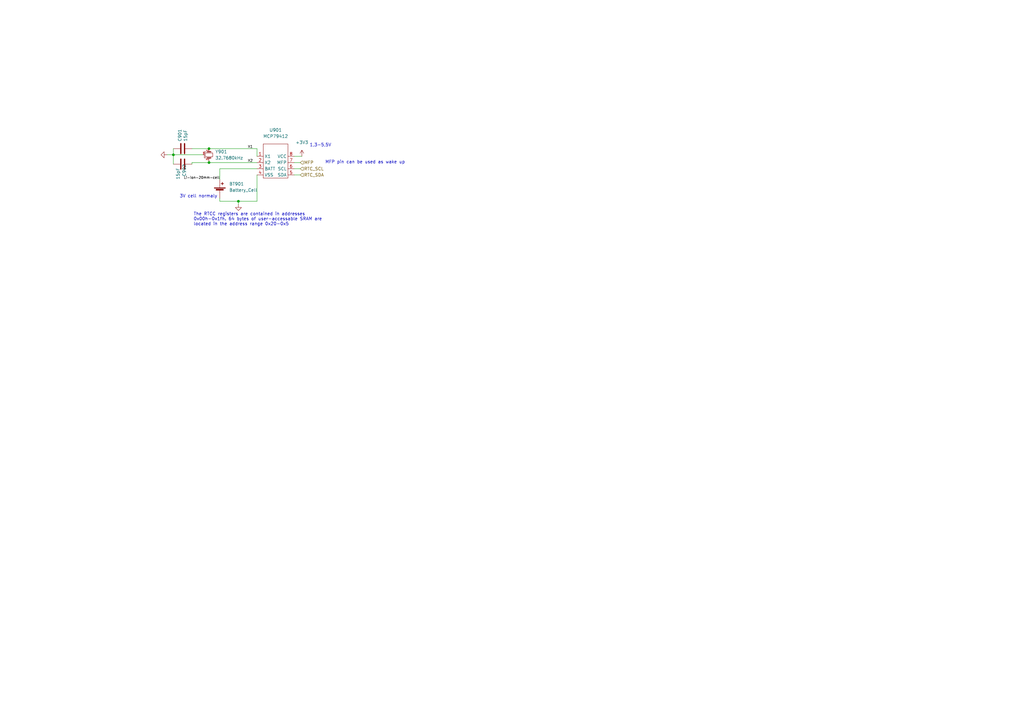
<source format=kicad_sch>
(kicad_sch (version 20211123) (generator eeschema)
  (paper "A3")
  (lib_symbols
    (symbol "Device:Battery_Cell" (pin_numbers hide) (pin_names (offset 0) hide)
      (property "Reference" "BT" (at 2.54 2.54 0))
      (property "Value" "Battery_Cell" (at 2.54 0 0))
      (symbol "Battery_Cell_0_1"
        (rectangle (start -2.286 1.778) (end 2.286 1.524) (fill (type outline)))
        (rectangle (start -1.5748 1.1938) (end 1.4732 0.6858) (fill (type outline)))
        (polyline (pts (xy 0 0.762) (xy 0 0)))
        (polyline (pts (xy 0 1.778) (xy 0 2.54)))
        (polyline (pts (xy 0.508 3.429) (xy 1.524 3.429)) (stroke (width 0.254)))
        (polyline (pts (xy 1.016 3.937) (xy 1.016 2.921)) (stroke (width 0.254)))
      )
      (symbol "Battery_Cell_1_1"
        (pin passive line (at 0 5.08 270) (length 2.54) (name "+") (number "1"))
        (pin passive line (at 0 -2.54 90) (length 2.54) (name "-") (number "2"))
      )
    )
    (symbol "Device:C" (pin_numbers hide) (pin_names (offset 0.254))
      (property "Reference" "C" (at 0.635 2.54 0))
      (property "Value" "C" (at 0.635 -2.54 0))
      (symbol "C_0_1"
        (polyline (pts (xy -2.032 -0.762) (xy 2.032 -0.762)) (stroke (width 0.508)))
        (polyline (pts (xy -2.032 0.762) (xy 2.032 0.762)) (stroke (width 0.508)))
      )
      (symbol "C_1_1"
        (pin passive line (at 0 3.81 270) (length 2.794) (name "~") (number "1"))
        (pin passive line (at 0 -3.81 90) (length 2.794) (name "~") (number "2"))
      )
    )
    (symbol "Device:Crystal_GND3_Small" (pin_names (offset 1.016) hide)
      (property "Reference" "Y" (at 0 5.08 0))
      (property "Value" "Crystal_GND3_Small" (at 0 3.175 0))
      (symbol "Crystal_GND3_Small_0_1"
        (rectangle (start -0.762 -1.524) (end 0.762 1.524))
        (polyline (pts (xy -1.27 -0.762) (xy -1.27 0.762)) (stroke (width 0.381)))
        (polyline (pts (xy 1.27 -0.762) (xy 1.27 0.762)) (stroke (width 0.381)))
        (polyline (pts (xy -1.27 -1.27) (xy -1.27 -1.905) (xy 1.27 -1.905) (xy 1.27 -1.27)))
      )
      (symbol "Crystal_GND3_Small_1_1"
        (pin passive line (at -2.54 0 0) (length 1.27) (name "1") (number "1"))
        (pin passive line (at 2.54 0 180) (length 1.27) (name "2") (number "2"))
        (pin passive line (at 0 -2.54 90) (length 0.635) (name "3") (number "3"))
      )
    )
    (symbol "My_custom_lib:MCP79412"
      (property "Reference" "U" (at 0 8.89 0))
      (property "Value" "MCP79412" (at 0 5.08 0))
      (symbol "MCP79412_0_1"
        (rectangle (start -5.08 -6.35) (end 5.08 7.62))
      )
      (symbol "MCP79412_1_1"
        (pin output line (at -7.62 2.54 0) (length 2.54) (name "X1") (number "1"))
        (pin output line (at -7.62 0 0) (length 2.54) (name "X2") (number "2"))
        (pin output line (at -7.62 -2.54 0) (length 2.54) (name "BATT") (number "3"))
        (pin output line (at -7.62 -5.08 0) (length 2.54) (name "VSS") (number "4"))
        (pin output line (at 7.62 -5.08 180) (length 2.54) (name "SDA") (number "5"))
        (pin output line (at 7.62 -2.54 180) (length 2.54) (name "SCL") (number "6"))
        (pin output line (at 7.62 0 180) (length 2.54) (name "MFP") (number "7"))
        (pin output line (at 7.62 2.54 180) (length 2.54) (name "VCC") (number "8"))
      )
    )
    (symbol "power:+3V3" (power) (pin_names (offset 0))
      (property "Value" "+3V3" (at 0 3.556 0))
      (symbol "+3V3_0_1"
        (polyline (pts (xy -0.762 1.27) (xy 0 2.54)))
        (polyline (pts (xy 0 0) (xy 0 2.54)))
        (polyline (pts (xy 0 2.54) (xy 0.762 1.27)))
      )
      (symbol "+3V3_1_1"
        (pin power_in line (at 0 0 90) (length 0) hide (name "+3V3") (number "1"))
      )
    )
    (symbol "power:GND" (power) (pin_names (offset 0))
      (property "Value" "GND" (at 0 -3.81 0))
      (symbol "GND_0_1"
        (polyline (pts (xy 0 0) (xy 0 -1.27) (xy 1.27 -1.27) (xy 0 -2.54) (xy -1.27 -1.27) (xy 0 -1.27)))
      )
      (symbol "GND_1_1"
        (pin power_in line (at 0 0 270) (length 0) hide (name "GND") (number "1"))
      )
    )
  )
  (junction (at 71.12 63.5))
  (junction (at 97.79 82.55))
  (junction (at 85.725 60.96))
  (junction (at 85.725 66.675))
  (wire (pts (xy 120.65 64.135) (xy 123.825 64.135)))
  (wire (pts (xy 85.725 66.675) (xy 85.725 66.04)))
  (wire (pts (xy 68.58 63.5) (xy 71.12 63.5)))
  (wire (pts (xy 90.17 69.215) (xy 90.17 73.66)))
  (wire (pts (xy 97.79 82.55) (xy 97.79 83.82)))
  (wire (pts (xy 120.65 71.755) (xy 123.19 71.755)))
  (wire (pts (xy 105.41 69.215) (xy 90.17 69.215)))
  (wire (pts (xy 78.74 66.675) (xy 78.74 67.31)))
  (wire (pts (xy 71.12 63.5) (xy 71.12 67.31)))
  (wire (pts (xy 78.74 66.675) (xy 85.725 66.675)))
  (wire (pts (xy 105.41 82.55) (xy 105.41 71.755)))
  (wire (pts (xy 90.17 82.55) (xy 97.79 82.55)))
  (wire (pts (xy 90.17 82.55) (xy 90.17 81.28)))
  (wire (pts (xy 120.65 69.215) (xy 123.19 69.215)))
  (wire (pts (xy 78.74 60.96) (xy 85.725 60.96)))
  (wire (pts (xy 105.41 60.96) (xy 105.41 64.135)))
  (wire (pts (xy 85.725 66.675) (xy 105.41 66.675)))
  (wire (pts (xy 71.12 63.5) (xy 83.185 63.5)))
  (wire (pts (xy 71.12 60.96) (xy 71.12 63.5)))
  (wire (pts (xy 97.79 82.55) (xy 105.41 82.55)))
  (wire (pts (xy 120.65 66.675) (xy 123.19 66.675)))
  (wire (pts (xy 85.725 60.96) (xy 105.41 60.96)))
  (text "1,3-5,5V" (at 127 60.325 0) (effects (font (size 1.27 1.27)) (justify left bottom)))
  (text "3V cell normaly " (at 73.66 81.28 0) (effects (font (size 1.27 1.27)) (justify left bottom)))
  (text "The RTCC registers are contained in addresses\n0x00h-0x1fh. 64 bytes of user-accessable SRAM are\nlocated in the address range 0x20-0x5" (at 79.375 92.71 0) (effects (font (size 1.27 1.27)) (justify left bottom)))
  (text "MFP pin can be used as wake up" (at 133.35 67.31 0) (effects (font (size 1.27 1.27)) (justify left bottom)))
  (label "X1" (at 101.6 60.96 0) (effects (font (size 1 1))))
  (label "Li-ion-20mm-cell" (at 90.17 73.66 180) (effects (font (size 1 1))))
  (label "X2" (at 101.6 66.675 0) (effects (font (size 1 1))))
  (hierarchical_label "MFP" (shape input) (at 123.19 66.675 0))
  (hierarchical_label "RTC_SCL" (shape input) (at 123.19 69.215 0))
  (hierarchical_label "RTC_SDA" (shape input) (at 123.19 71.755 0))
  (symbol (lib_id "Device:Crystal_GND3_Small") (at 85.725 63.5 270) (unit 1)
    (property "Reference" "Y901" (at 88.265 62.2299 90) (effects (justify left)))
    (property "Value" "32.7680kHz" (at 88.265 64.7699 90) (effects (justify left)))
    (property "Footprint" "Crystal:Crystal_C38-LF_D3.0mm_L8.0mm_Vertical" (effects hide))
  )
  (symbol (lib_id "Device:C") (at 74.93 60.96 90) (unit 1)
    (property "Reference" "C901" (at 73.7616 58.039 0) (effects (justify left)))
    (property "Value" "15pF" (at 76.073 58.039 0) (effects (justify left)))
    (property "Footprint" "Capacitor_SMD:C_0603_1608Metric_Pad1.08x0.95mm_HandSolder" (effects hide))
  )
  (symbol (lib_id "power:GND") (at 68.58 63.5 270) (unit 1)
    (property "Reference" "#PWR0901" (effects hide))
    (property "Value" "GND" (effects hide))
  )
  (symbol (lib_id "power:GND") (at 97.79 83.82 0) (unit 1)
    (property "Reference" "#PWR0902" (effects hide))
    (property "Value" "GND" (effects hide))
  )
  (symbol (lib_id "power:+3V3") (at 123.825 64.135 0) (unit 1)
    (property "Reference" "#PWR0903" (effects hide))
    (property "Value" "+3V3" (at 123.825 58.42 0))
  )
  (symbol (lib_id "My_custom_lib:MCP79412") (at 113.03 66.675 0) (unit 1)
    (property "Reference" "U901" (at 113.03 53.34 0))
    (property "Value" "MCP79412" (at 113.03 55.88 0))
    (property "Footprint" "Package_SO:TSSOP-8_4.4x3mm_P0.65mm" (effects hide))
    (property "Datasheet" "https://ro.mouser.com/datasheet/2/268/22266A-47240.pdf" (effects hide))
  )
  (symbol (lib_id "Device:Battery_Cell") (at 90.17 78.74 0) (unit 1)
    (property "Reference" "BT901" (at 93.98 75.4379 0) (effects (justify left)))
    (property "Value" "Battery_Cell" (at 93.98 77.9779 0) (effects (justify left)))
    (property "Footprint" "Z_mycustom_footprint_lib:BATHLD001THM" (effects hide))
  )
  (symbol (lib_id "Device:C") (at 74.93 67.31 90) (unit 1)
    (property "Reference" "C902" (at 75.565 72.39 0) (effects (justify left)))
    (property "Value" "15pF" (at 73.025 73.66 0) (effects (justify left)))
    (property "Footprint" "Capacitor_SMD:C_0603_1608Metric_Pad1.08x0.95mm_HandSolder" (effects hide))
  )
)
</source>
